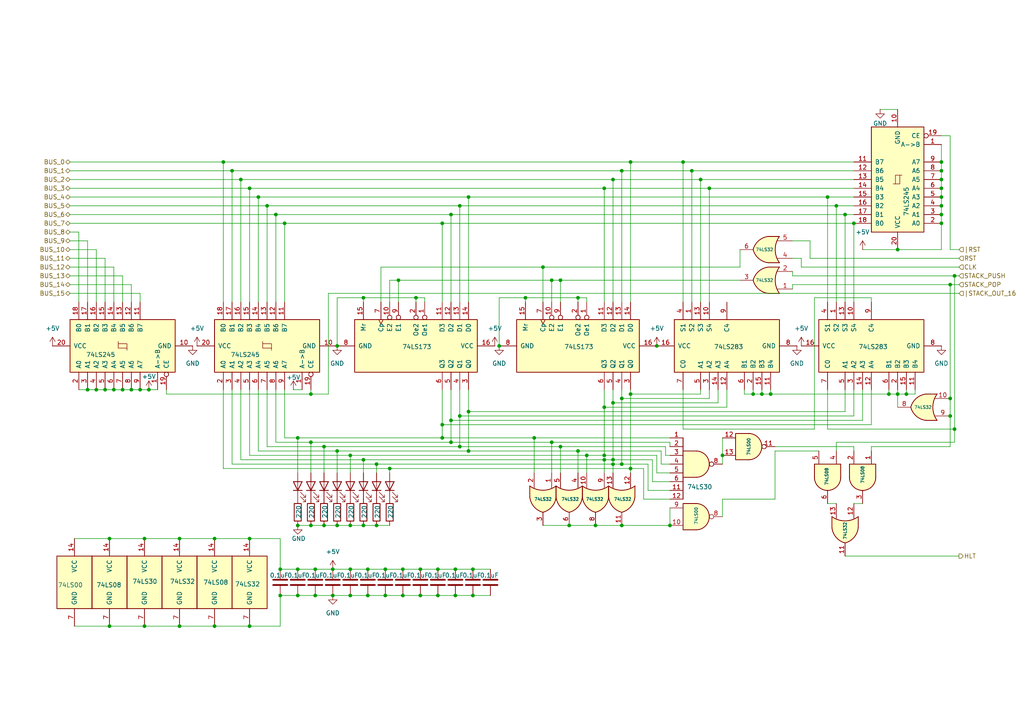
<source format=kicad_sch>
(kicad_sch (version 20231120) (generator "eeschema") (generator_version "8.0")
  (paper "A4")
  (junction (at 128.27 127))
  (junction (at 90.17 128.27))
  (junction (at 194.31 152.4))
  (junction (at 105.41 152.4))
  (junction (at 273.05 46.99))
  (junction (at 245.11 62.23))
  (junction (at 273.05 52.07))
  (junction (at 160.02 128.27))
  (junction (at 41.91 181.61))
  (junction (at 67.31 49.53))
  (junction (at 121.92 165.1))
  (junction (at 180.34 49.53))
  (junction (at 132.08 172.72))
  (junction (at 97.79 100.33))
  (junction (at 27.94 113.03))
  (junction (at 81.28 172.72))
  (junction (at 177.8 116.84))
  (junction (at 115.57 81.28))
  (junction (at 113.03 135.89))
  (junction (at 180.34 115.57))
  (junction (at 177.8 133.35))
  (junction (at 120.65 86.36))
  (junction (at 162.56 129.54))
  (junction (at 77.47 59.69))
  (junction (at 162.56 81.28))
  (junction (at 86.36 165.1))
  (junction (at 91.44 165.1))
  (junction (at 31.75 156.21))
  (junction (at 262.89 114.3))
  (junction (at 190.5 100.33))
  (junction (at 198.12 46.99))
  (junction (at 97.79 152.4))
  (junction (at 105.41 86.36))
  (junction (at 154.94 127))
  (junction (at 41.91 156.21))
  (junction (at 175.26 54.61))
  (junction (at 135.89 57.15))
  (junction (at 242.57 59.69))
  (junction (at 96.52 165.1))
  (junction (at 93.98 129.54))
  (junction (at 133.35 59.69))
  (junction (at 109.22 134.62))
  (junction (at 101.6 152.4))
  (junction (at 137.16 165.1))
  (junction (at 175.26 133.35))
  (junction (at 177.8 134.62))
  (junction (at 177.8 52.07))
  (junction (at 116.84 165.1))
  (junction (at 180.34 134.62))
  (junction (at 182.88 135.89))
  (junction (at 180.34 152.4))
  (junction (at 128.27 123.19))
  (junction (at 101.6 132.08))
  (junction (at 111.76 165.1))
  (junction (at 121.92 172.72))
  (junction (at 72.39 54.61))
  (junction (at 133.35 120.65))
  (junction (at 157.48 77.47))
  (junction (at 167.64 130.81))
  (junction (at 172.72 152.4))
  (junction (at 38.1 113.03))
  (junction (at 25.4 113.03))
  (junction (at 106.68 165.1))
  (junction (at 72.39 181.61))
  (junction (at 182.88 46.99))
  (junction (at 127 165.1))
  (junction (at 165.1 152.4))
  (junction (at 74.93 57.15))
  (junction (at 135.89 119.38))
  (junction (at 275.59 82.55))
  (junction (at 273.05 54.61))
  (junction (at 130.81 121.92))
  (junction (at 260.35 114.3))
  (junction (at 96.52 172.72))
  (junction (at 130.81 128.27))
  (junction (at 133.35 129.54))
  (junction (at 273.05 62.23))
  (junction (at 152.4 86.36))
  (junction (at 170.18 132.08))
  (junction (at 167.64 86.36))
  (junction (at 203.2 52.07))
  (junction (at 86.36 172.72))
  (junction (at 218.44 114.3))
  (junction (at 127 172.72))
  (junction (at 182.88 114.3))
  (junction (at 220.98 114.3))
  (junction (at 62.23 181.61))
  (junction (at 275.59 120.65))
  (junction (at 62.23 156.21))
  (junction (at 86.36 152.4))
  (junction (at 135.89 130.81))
  (junction (at 52.07 156.21))
  (junction (at 101.6 165.1))
  (junction (at 43.18 113.03))
  (junction (at 275.59 115.57))
  (junction (at 30.48 113.03))
  (junction (at 240.03 57.15))
  (junction (at 116.84 172.72))
  (junction (at 276.86 124.46))
  (junction (at 81.28 165.1))
  (junction (at 106.68 172.72))
  (junction (at 205.74 54.61))
  (junction (at 90.17 152.4))
  (junction (at 52.07 181.61))
  (junction (at 130.81 62.23))
  (junction (at 276.86 80.01))
  (junction (at 260.35 72.39))
  (junction (at 86.36 127))
  (junction (at 80.01 62.23))
  (junction (at 93.98 152.4))
  (junction (at 257.81 114.3))
  (junction (at 82.55 64.77))
  (junction (at 35.56 113.03))
  (junction (at 128.27 64.77))
  (junction (at 97.79 130.81))
  (junction (at 33.02 113.03))
  (junction (at 200.66 49.53))
  (junction (at 101.6 172.72))
  (junction (at 223.52 114.3))
  (junction (at 64.77 46.99))
  (junction (at 144.78 100.33))
  (junction (at 137.16 172.72))
  (junction (at 175.26 118.11))
  (junction (at 105.41 133.35))
  (junction (at 91.44 172.72))
  (junction (at 132.08 165.1))
  (junction (at 111.76 172.72))
  (junction (at 273.05 64.77))
  (junction (at 273.05 59.69))
  (junction (at 273.05 57.15))
  (junction (at 69.85 52.07))
  (junction (at 31.75 181.61))
  (junction (at 273.05 49.53))
  (junction (at 90.17 114.3))
  (junction (at 109.22 152.4))
  (junction (at 175.26 132.08))
  (junction (at 160.02 81.28))
  (junction (at 247.65 64.77))
  (junction (at 209.55 132.08))
  (junction (at 40.64 113.03))
  (junction (at 72.39 156.21))
  (wire (pts (xy 240.03 87.63) (xy 240.03 57.15)))
  (wire (pts (xy 194.31 142.24) (xy 187.96 142.24)))
  (wire (pts (xy 157.48 77.47) (xy 157.48 87.63)))
  (wire (pts (xy 205.74 115.57) (xy 180.34 115.57)))
  (wire (pts (xy 198.12 87.63) (xy 198.12 46.99)))
  (wire (pts (xy 193.04 129.54) (xy 162.56 129.54)))
  (wire (pts (xy 20.32 67.31) (xy 22.86 67.31)))
  (wire (pts (xy 214.63 77.47) (xy 157.48 77.47)))
  (wire (pts (xy 20.32 46.99) (xy 64.77 46.99)))
  (wire (pts (xy 113.03 135.89) (xy 113.03 137.16)))
  (wire (pts (xy 97.79 86.36) (xy 97.79 100.33)))
  (wire (pts (xy 273.05 49.53) (xy 273.05 46.99)))
  (wire (pts (xy 116.84 165.1) (xy 121.92 165.1)))
  (wire (pts (xy 160.02 128.27) (xy 130.81 128.27)))
  (wire (pts (xy 20.32 74.93) (xy 30.48 74.93)))
  (wire (pts (xy 234.95 74.93) (xy 234.95 69.85)))
  (wire (pts (xy 80.01 62.23) (xy 80.01 87.63)))
  (wire (pts (xy 177.8 134.62) (xy 177.8 137.16)))
  (wire (pts (xy 90.17 128.27) (xy 90.17 137.16)))
  (wire (pts (xy 132.08 172.72) (xy 137.16 172.72)))
  (wire (pts (xy 90.17 128.27) (xy 130.81 128.27)))
  (wire (pts (xy 132.08 165.1) (xy 137.16 165.1)))
  (wire (pts (xy 106.68 165.1) (xy 111.76 165.1)))
  (wire (pts (xy 157.48 152.4) (xy 165.1 152.4)))
  (wire (pts (xy 69.85 52.07) (xy 69.85 87.63)))
  (wire (pts (xy 255.27 31.75) (xy 260.35 31.75)))
  (wire (pts (xy 113.03 87.63) (xy 113.03 81.28)))
  (wire (pts (xy 106.68 172.72) (xy 111.76 172.72)))
  (wire (pts (xy 220.98 114.3) (xy 223.52 114.3)))
  (wire (pts (xy 167.64 86.36) (xy 152.4 86.36)))
  (wire (pts (xy 242.57 128.27) (xy 276.86 128.27)))
  (wire (pts (xy 200.66 49.53) (xy 180.34 49.53)))
  (wire (pts (xy 111.76 165.1) (xy 116.84 165.1)))
  (wire (pts (xy 215.9 114.3) (xy 218.44 114.3)))
  (wire (pts (xy 209.55 127) (xy 209.55 132.08)))
  (wire (pts (xy 245.11 62.23) (xy 247.65 62.23)))
  (wire (pts (xy 67.31 134.62) (xy 109.22 134.62)))
  (wire (pts (xy 198.12 46.99) (xy 182.88 46.99)))
  (wire (pts (xy 275.59 129.54) (xy 275.59 120.65)))
  (wire (pts (xy 194.31 137.16) (xy 190.5 137.16)))
  (wire (pts (xy 133.35 59.69) (xy 242.57 59.69)))
  (wire (pts (xy 133.35 59.69) (xy 133.35 87.63)))
  (wire (pts (xy 121.92 172.72) (xy 127 172.72)))
  (wire (pts (xy 242.57 87.63) (xy 242.57 59.69)))
  (wire (pts (xy 82.55 64.77) (xy 128.27 64.77)))
  (wire (pts (xy 90.17 114.3) (xy 90.17 113.03)))
  (wire (pts (xy 86.36 172.72) (xy 91.44 172.72)))
  (wire (pts (xy 97.79 130.81) (xy 135.89 130.81)))
  (wire (pts (xy 209.55 134.62) (xy 209.55 132.08)))
  (wire (pts (xy 275.59 82.55) (xy 275.59 115.57)))
  (wire (pts (xy 275.59 72.39) (xy 275.59 39.37)))
  (wire (pts (xy 128.27 64.77) (xy 128.27 87.63)))
  (wire (pts (xy 252.73 86.36) (xy 236.22 86.36)))
  (wire (pts (xy 245.11 119.38) (xy 135.89 119.38)))
  (wire (pts (xy 109.22 134.62) (xy 109.22 137.16)))
  (wire (pts (xy 21.59 181.61) (xy 31.75 181.61)))
  (wire (pts (xy 180.34 115.57) (xy 180.34 113.03)))
  (wire (pts (xy 85.09 113.03) (xy 87.63 113.03)))
  (wire (pts (xy 242.57 130.81) (xy 242.57 128.27)))
  (wire (pts (xy 95.25 114.3) (xy 90.17 114.3)))
  (wire (pts (xy 208.28 116.84) (xy 177.8 116.84)))
  (wire (pts (xy 198.12 124.46) (xy 198.12 113.03)))
  (wire (pts (xy 97.79 152.4) (xy 101.6 152.4)))
  (wire (pts (xy 52.07 181.61) (xy 62.23 181.61)))
  (wire (pts (xy 262.89 113.03) (xy 262.89 114.3)))
  (wire (pts (xy 35.56 80.01) (xy 35.56 87.63)))
  (wire (pts (xy 31.75 156.21) (xy 41.91 156.21)))
  (wire (pts (xy 232.41 74.93) (xy 232.41 77.47)))
  (wire (pts (xy 265.43 114.3) (xy 265.43 113.03)))
  (wire (pts (xy 175.26 54.61) (xy 175.26 87.63)))
  (wire (pts (xy 127 172.72) (xy 132.08 172.72)))
  (wire (pts (xy 208.28 113.03) (xy 208.28 116.84)))
  (wire (pts (xy 86.36 127) (xy 86.36 137.16)))
  (wire (pts (xy 74.93 57.15) (xy 135.89 57.15)))
  (wire (pts (xy 182.88 135.89) (xy 182.88 137.16)))
  (wire (pts (xy 214.63 72.39) (xy 214.63 77.47)))
  (wire (pts (xy 20.32 85.09) (xy 40.64 85.09)))
  (wire (pts (xy 247.65 120.65) (xy 133.35 120.65)))
  (wire (pts (xy 223.52 114.3) (xy 257.81 114.3)))
  (wire (pts (xy 205.74 113.03) (xy 205.74 115.57)))
  (wire (pts (xy 245.11 62.23) (xy 130.81 62.23)))
  (wire (pts (xy 130.81 128.27) (xy 130.81 121.92)))
  (wire (pts (xy 229.87 74.93) (xy 232.41 74.93)))
  (wire (pts (xy 187.96 142.24) (xy 187.96 134.62)))
  (wire (pts (xy 180.34 152.4) (xy 194.31 152.4)))
  (wire (pts (xy 175.26 132.08) (xy 175.26 118.11)))
  (wire (pts (xy 229.87 82.55) (xy 275.59 82.55)))
  (wire (pts (xy 260.35 114.3) (xy 260.35 118.11)))
  (wire (pts (xy 74.93 57.15) (xy 74.93 87.63)))
  (wire (pts (xy 167.64 130.81) (xy 167.64 137.16)))
  (wire (pts (xy 91.44 165.1) (xy 96.52 165.1)))
  (wire (pts (xy 43.18 113.03) (xy 45.72 113.03)))
  (wire (pts (xy 101.6 152.4) (xy 105.41 152.4)))
  (wire (pts (xy 182.88 113.03) (xy 182.88 114.3)))
  (wire (pts (xy 105.41 133.35) (xy 69.85 133.35)))
  (wire (pts (xy 167.64 130.81) (xy 135.89 130.81)))
  (wire (pts (xy 64.77 135.89) (xy 64.77 113.03)))
  (wire (pts (xy 278.13 72.39) (xy 275.59 72.39)))
  (wire (pts (xy 105.41 86.36) (xy 97.79 86.36)))
  (wire (pts (xy 275.59 82.55) (xy 278.13 82.55)))
  (wire (pts (xy 273.05 57.15) (xy 273.05 54.61)))
  (wire (pts (xy 101.6 132.08) (xy 101.6 137.16)))
  (wire (pts (xy 170.18 87.63) (xy 170.18 86.36)))
  (wire (pts (xy 162.56 81.28) (xy 162.56 87.63)))
  (wire (pts (xy 160.02 81.28) (xy 160.02 87.63)))
  (wire (pts (xy 101.6 172.72) (xy 106.68 172.72)))
  (wire (pts (xy 40.64 113.03) (xy 43.18 113.03)))
  (wire (pts (xy 69.85 133.35) (xy 69.85 113.03)))
  (wire (pts (xy 128.27 123.19) (xy 128.27 113.03)))
  (wire (pts (xy 31.75 181.61) (xy 41.91 181.61)))
  (wire (pts (xy 30.48 113.03) (xy 33.02 113.03)))
  (wire (pts (xy 162.56 81.28) (xy 214.63 81.28)))
  (wire (pts (xy 105.41 86.36) (xy 105.41 87.63)))
  (wire (pts (xy 170.18 86.36) (xy 167.64 86.36)))
  (wire (pts (xy 175.26 133.35) (xy 177.8 133.35)))
  (wire (pts (xy 240.03 113.03) (xy 240.03 124.46)))
  (wire (pts (xy 133.35 120.65) (xy 133.35 129.54)))
  (wire (pts (xy 234.95 69.85) (xy 229.87 69.85)))
  (wire (pts (xy 273.05 59.69) (xy 273.05 57.15)))
  (wire (pts (xy 273.05 72.39) (xy 260.35 72.39)))
  (wire (pts (xy 245.11 161.29) (xy 278.13 161.29)))
  (wire (pts (xy 128.27 127) (xy 154.94 127)))
  (wire (pts (xy 210.82 113.03) (xy 210.82 118.11)))
  (wire (pts (xy 81.28 172.72) (xy 86.36 172.72)))
  (wire (pts (xy 77.47 59.69) (xy 133.35 59.69)))
  (wire (pts (xy 273.05 72.39) (xy 273.05 64.77)))
  (wire (pts (xy 175.26 133.35) (xy 175.26 137.16)))
  (wire (pts (xy 154.94 127) (xy 154.94 137.16)))
  (wire (pts (xy 115.57 81.28) (xy 115.57 87.63)))
  (wire (pts (xy 72.39 54.61) (xy 72.39 87.63)))
  (wire (pts (xy 105.41 152.4) (xy 109.22 152.4)))
  (wire (pts (xy 20.32 80.01) (xy 35.56 80.01)))
  (wire (pts (xy 30.48 74.93) (xy 30.48 87.63)))
  (wire (pts (xy 218.44 114.3) (xy 220.98 114.3)))
  (wire (pts (xy 20.32 54.61) (xy 72.39 54.61)))
  (wire (pts (xy 62.23 181.61) (xy 72.39 181.61)))
  (wire (pts (xy 97.79 130.81) (xy 97.79 137.16)))
  (wire (pts (xy 77.47 59.69) (xy 77.47 87.63)))
  (wire (pts (xy 20.32 82.55) (xy 38.1 82.55)))
  (wire (pts (xy 110.49 77.47) (xy 110.49 87.63)))
  (wire (pts (xy 91.44 172.72) (xy 96.52 172.72)))
  (wire (pts (xy 20.32 62.23) (xy 80.01 62.23)))
  (wire (pts (xy 252.73 123.19) (xy 128.27 123.19)))
  (wire (pts (xy 223.52 113.03) (xy 223.52 114.3)))
  (wire (pts (xy 194.31 139.7) (xy 189.23 139.7)))
  (wire (pts (xy 236.22 124.46) (xy 198.12 124.46)))
  (wire (pts (xy 273.05 54.61) (xy 273.05 52.07)))
  (wire (pts (xy 182.88 114.3) (xy 182.88 135.89)))
  (wire (pts (xy 120.65 86.36) (xy 105.41 86.36)))
  (wire (pts (xy 20.32 52.07) (xy 69.85 52.07)))
  (wire (pts (xy 250.19 113.03) (xy 250.19 121.92)))
  (wire (pts (xy 21.59 156.21) (xy 31.75 156.21)))
  (wire (pts (xy 130.81 121.92) (xy 130.81 113.03)))
  (wire (pts (xy 116.84 172.72) (xy 121.92 172.72)))
  (wire (pts (xy 72.39 54.61) (xy 175.26 54.61)))
  (wire (pts (xy 69.85 52.07) (xy 177.8 52.07)))
  (wire (pts (xy 48.26 114.3) (xy 90.17 114.3)))
  (wire (pts (xy 80.01 62.23) (xy 130.81 62.23)))
  (wire (pts (xy 40.64 85.09) (xy 40.64 87.63)))
  (wire (pts (xy 67.31 49.53) (xy 180.34 49.53)))
  (wire (pts (xy 186.69 144.78) (xy 186.69 135.89)))
  (wire (pts (xy 240.03 57.15) (xy 247.65 57.15)))
  (wire (pts (xy 218.44 113.03) (xy 218.44 114.3)))
  (wire (pts (xy 67.31 49.53) (xy 67.31 87.63)))
  (wire (pts (xy 273.05 39.37) (xy 275.59 39.37)))
  (wire (pts (xy 22.86 67.31) (xy 22.86 87.63)))
  (wire (pts (xy 278.13 85.09) (xy 95.25 85.09)))
  (wire (pts (xy 52.07 156.21) (xy 62.23 156.21)))
  (wire (pts (xy 111.76 172.72) (xy 116.84 172.72)))
  (wire (pts (xy 215.9 113.03) (xy 215.9 114.3)))
  (wire (pts (xy 191.77 134.62) (xy 191.77 130.81)))
  (wire (pts (xy 64.77 46.99) (xy 182.88 46.99)))
  (wire (pts (xy 41.91 156.21) (xy 52.07 156.21)))
  (wire (pts (xy 109.22 134.62) (xy 177.8 134.62)))
  (wire (pts (xy 152.4 86.36) (xy 152.4 87.63)))
  (wire (pts (xy 20.32 72.39) (xy 27.94 72.39)))
  (wire (pts (xy 20.32 59.69) (xy 77.47 59.69)))
  (wire (pts (xy 273.05 52.07) (xy 273.05 49.53)))
  (wire (pts (xy 105.41 133.35) (xy 105.41 137.16)))
  (wire (pts (xy 205.74 87.63) (xy 205.74 54.61)))
  (wire (pts (xy 236.22 86.36) (xy 236.22 124.46)))
  (wire (pts (xy 177.8 116.84) (xy 177.8 133.35)))
  (wire (pts (xy 113.03 135.89) (xy 64.77 135.89)))
  (wire (pts (xy 162.56 81.28) (xy 160.02 81.28)))
  (wire (pts (xy 35.56 113.03) (xy 38.1 113.03)))
  (wire (pts (xy 67.31 113.03) (xy 67.31 134.62)))
  (wire (pts (xy 137.16 172.72) (xy 142.24 172.72)))
  (wire (pts (xy 247.65 87.63) (xy 247.65 64.77)))
  (wire (pts (xy 194.31 132.08) (xy 193.04 132.08)))
  (wire (pts (xy 182.88 46.99) (xy 182.88 87.63)))
  (wire (pts (xy 33.02 113.03) (xy 35.56 113.03)))
  (wire (pts (xy 41.91 181.61) (xy 52.07 181.61)))
  (wire (pts (xy 154.94 127) (xy 194.31 127)))
  (wire (pts (xy 82.55 64.77) (xy 82.55 87.63)))
  (wire (pts (xy 33.02 77.47) (xy 33.02 87.63)))
  (wire (pts (xy 128.27 123.19) (xy 128.27 127)))
  (wire (pts (xy 170.18 132.08) (xy 175.26 132.08)))
  (wire (pts (xy 72.39 132.08) (xy 101.6 132.08)))
  (wire (pts (xy 135.89 130.81) (xy 135.89 119.38)))
  (wire (pts (xy 247.65 129.54) (xy 224.79 129.54)))
  (wire (pts (xy 276.86 80.01) (xy 278.13 80.01)))
  (wire (pts (xy 25.4 113.03) (xy 27.94 113.03)))
  (wire (pts (xy 121.92 165.1) (xy 127 165.1)))
  (wire (pts (xy 86.36 152.4) (xy 90.17 152.4)))
  (wire (pts (xy 220.98 113.03) (xy 220.98 114.3)))
  (wire (pts (xy 130.81 87.63) (xy 130.81 62.23)))
  (wire (pts (xy 152.4 86.36) (xy 144.78 86.36)))
  (wire (pts (xy 189.23 139.7) (xy 189.23 133.35)))
  (wire (pts (xy 229.87 80.01) (xy 276.86 80.01)))
  (wire (pts (xy 257.81 113.03) (xy 257.81 114.3)))
  (wire (pts (xy 224.79 144.78) (xy 224.79 130.81)))
  (wire (pts (xy 257.81 114.3) (xy 260.35 114.3)))
  (wire (pts (xy 110.49 77.47) (xy 157.48 77.47)))
  (wire (pts (xy 273.05 46.99) (xy 273.05 41.91)))
  (wire (pts (xy 162.56 129.54) (xy 133.35 129.54)))
  (wire (pts (xy 203.2 52.07) (xy 247.65 52.07)))
  (wire (pts (xy 245.11 113.03) (xy 245.11 119.38)))
  (wire (pts (xy 25.4 69.85) (xy 25.4 87.63)))
  (wire (pts (xy 273.05 62.23) (xy 273.05 59.69)))
  (wire (pts (xy 172.72 152.4) (xy 180.34 152.4)))
  (wire (pts (xy 180.34 134.62) (xy 180.34 115.57)))
  (wire (pts (xy 20.32 57.15) (xy 74.93 57.15)))
  (wire (pts (xy 96.52 165.1) (xy 101.6 165.1)))
  (wire (pts (xy 93.98 152.4) (xy 97.79 152.4)))
  (wire (pts (xy 205.74 54.61) (xy 175.26 54.61)))
  (wire (pts (xy 120.65 86.36) (xy 120.65 87.63)))
  (wire (pts (xy 20.32 64.77) (xy 82.55 64.77)))
  (wire (pts (xy 101.6 165.1) (xy 106.68 165.1)))
  (wire (pts (xy 109.22 152.4) (xy 113.03 152.4)))
  (wire (pts (xy 189.23 133.35) (xy 177.8 133.35)))
  (wire (pts (xy 20.32 49.53) (xy 67.31 49.53)))
  (wire (pts (xy 252.73 129.54) (xy 252.73 130.81)))
  (wire (pts (xy 93.98 129.54) (xy 93.98 137.16)))
  (wire (pts (xy 74.93 113.03) (xy 74.93 130.81)))
  (wire (pts (xy 123.19 87.63) (xy 123.19 86.36)))
  (wire (pts (xy 127 165.1) (xy 132.08 165.1)))
  (wire (pts (xy 203.2 114.3) (xy 182.88 114.3)))
  (wire (pts (xy 81.28 181.61) (xy 81.28 172.72)))
  (wire (pts (xy 260.35 113.03) (xy 260.35 114.3)))
  (wire (pts (xy 240.03 146.05) (xy 242.57 146.05)))
  (wire (pts (xy 252.73 129.54) (xy 275.59 129.54)))
  (wire (pts (xy 101.6 132.08) (xy 170.18 132.08)))
  (wire (pts (xy 27.94 113.03) (xy 30.48 113.03)))
  (wire (pts (xy 82.55 127) (xy 86.36 127)))
  (wire (pts (xy 93.98 129.54) (xy 77.47 129.54)))
  (wire (pts (xy 194.31 147.32) (xy 194.31 152.4)))
  (wire (pts (xy 27.94 72.39) (xy 27.94 87.63)))
  (wire (pts (xy 38.1 82.55) (xy 38.1 87.63)))
  (wire (pts (xy 113.03 135.89) (xy 182.88 135.89)))
  (wire (pts (xy 200.66 87.63) (xy 200.66 49.53)))
  (wire (pts (xy 95.25 85.09) (xy 95.25 114.3)))
  (wire (pts (xy 72.39 113.03) (xy 72.39 132.08)))
  (wire (pts (xy 190.5 137.16) (xy 190.5 132.08)))
  (wire (pts (xy 247.65 146.05) (xy 250.19 146.05)))
  (wire (pts (xy 245.11 87.63) (xy 245.11 62.23)))
  (wire (pts (xy 276.86 124.46) (xy 276.86 128.27)))
  (wire (pts (xy 250.19 72.39) (xy 260.35 72.39)))
  (wire (pts (xy 160.02 128.27) (xy 160.02 137.16)))
  (wire (pts (xy 167.64 86.36) (xy 167.64 87.63)))
  (wire (pts (xy 135.89 87.63) (xy 135.89 57.15)))
  (wire (pts (xy 135.89 119.38) (xy 135.89 113.03)))
  (wire (pts (xy 229.87 82.55) (xy 229.87 83.82)))
  (wire (pts (xy 80.01 128.27) (xy 90.17 128.27)))
  (wire (pts (xy 64.77 46.99) (xy 64.77 87.63)))
  (wire (pts (xy 22.86 113.03) (xy 25.4 113.03)))
  (wire (pts (xy 262.89 114.3) (xy 265.43 114.3)))
  (wire (pts (xy 187.96 134.62) (xy 180.34 134.62)))
  (wire (pts (xy 276.86 80.01) (xy 276.86 124.46)))
  (wire (pts (xy 209.55 144.78) (xy 224.79 144.78)))
  (wire (pts (xy 175.26 118.11) (xy 175.26 113.03)))
  (wire (pts (xy 194.31 129.54) (xy 194.31 128.27)))
  (wire (pts (xy 74.93 130.81) (xy 97.79 130.81)))
  (wire (pts (xy 193.04 132.08) (xy 193.04 129.54)))
  (wire (pts (xy 123.19 86.36) (xy 120.65 86.36)))
  (wire (pts (xy 137.16 165.1) (xy 142.24 165.1)))
  (wire (pts (xy 48.26 113.03) (xy 48.26 114.3)))
  (wire (pts (xy 194.31 134.62) (xy 191.77 134.62)))
  (wire (pts (xy 252.73 87.63) (xy 252.73 86.36)))
  (wire (pts (xy 93.98 129.54) (xy 133.35 129.54)))
  (wire (pts (xy 177.8 134.62) (xy 180.34 134.62)))
  (wire (pts (xy 242.57 59.69) (xy 247.65 59.69)))
  (wire (pts (xy 250.19 121.92) (xy 130.81 121.92)))
  (wire (pts (xy 62.23 156.21) (xy 72.39 156.21)))
  (wire (pts (xy 190.5 132.08) (xy 175.26 132.08)))
  (wire (pts (xy 203.2 113.03) (xy 203.2 114.3)))
  (wire (pts (xy 72.39 181.61) (xy 81.28 181.61)))
  (wire (pts (xy 86.36 127) (xy 128.27 127)))
  (wire (pts (xy 234.95 74.93) (xy 278.13 74.93)))
  (wire (pts (xy 252.73 113.03) (xy 252.73 123.19)))
  (wire (pts (xy 275.59 115.57) (xy 275.59 120.65)))
  (wire (pts (xy 194.31 144.78) (xy 186.69 144.78)))
  (wire (pts (xy 177.8 87.63) (xy 177.8 52.07)))
  (wire (pts (xy 133.35 113.03) (xy 133.35 120.65)))
  (wire (pts (xy 240.03 124.46) (xy 276.86 124.46)))
  (wire (pts (xy 165.1 152.4) (xy 172.72 152.4)))
  (wire (pts (xy 247.65 113.03) (xy 247.65 120.65)))
  (wire (pts (xy 209.55 144.78) (xy 209.55 149.86)))
  (wire (pts (xy 186.69 135.89) (xy 182.88 135.89)))
  (wire (pts (xy 247.65 130.81) (xy 247.65 129.54)))
  (wire (pts (xy 80.01 113.03) (xy 80.01 128.27)))
  (wire (pts (xy 162.56 129.54) (xy 162.56 137.16)))
  (wire (pts (xy 247.65 64.77) (xy 128.27 64.77)))
  (wire (pts (xy 86.36 165.1) (xy 91.44 165.1)))
  (wire (pts (xy 198.12 46.99) (xy 247.65 46.99)))
  (wire (pts (xy 177.8 113.03) (xy 177.8 116.84)))
  (wire (pts (xy 210.82 118.11) (xy 175.26 118.11)))
  (wire (pts (xy 180.34 49.53) (xy 180.34 87.63)))
  (wire (pts (xy 82.55 113.03) (xy 82.55 127)))
  (wire (pts (xy 203.2 52.07) (xy 177.8 52.07)))
  (wire (pts (xy 200.66 49.53) (xy 247.65 49.53)))
  (wire (pts (xy 81.28 165.1) (xy 86.36 165.1)))
  (wire (pts (xy 72.39 156.21) (xy 81.28 156.21)))
  (wire (pts (xy 77.47 129.54) (xy 77.47 113.03)))
  (wire (pts (xy 260.35 114.3) (xy 262.89 114.3)))
  (wire (pts (xy 96.52 172.72) (xy 101.6 172.72)))
  (wire (pts (xy 90.17 152.4) (xy 93.98 152.4)))
  (wire (pts (xy 105.41 133.35) (xy 175.26 133.35)))
  (wire (pts (xy 203.2 87.63) (xy 203.2 52.07)))
  (wire (pts (xy 81.28 156.21) (xy 81.28 165.1)))
  (wire (pts (xy 113.03 81.28) (xy 115.57 81.28)))
  (wire (pts (xy 144.78 86.36) (xy 144.78 100.33)))
  (wire (pts (xy 224.79 130.81) (xy 237.49 130.81)))
  (wire (pts (xy 38.1 113.03) (xy 40.64 113.03)))
  (wire (pts (xy 194.31 128.27) (xy 160.02 128.27)))
  (wire (pts (xy 205.74 54.61) (xy 247.65 54.61)))
  (wire (pts (xy 273.05 64.77) (xy 273.05 62.23)))
  (wire (pts (xy 232.41 77.47) (xy 278.13 77.47)))
  (wire (pts (xy 191.77 130.81) (xy 167.64 130.81)))
  (wire (pts (xy 20.32 69.85) (xy 25.4 69.85)))
  (wire (pts (xy 229.87 78.74) (xy 229.87 80.01)))
  (wire (pts (xy 20.32 77.47) (xy 33.02 77.47)))
  (wire (pts (xy 170.18 132.08) (xy 170.18 137.16)))
  (wire (pts (xy 240.03 57.15) (xy 135.89 57.15)))
  (wire (pts (xy 115.57 81.28) (xy 160.02 81.28)))
  (hierarchical_label "BUS_7" (shape bidirectional) (at 20.32 64.77 180))
  (hierarchical_label "|RST" (shape input) (at 278.13 72.39 0))
  (hierarchical_label "BUS_9" (shape bidirectional) (at 20.32 69.85 180))
  (hierarchical_label "STACK_POP" (shape input) (at 278.13 82.55 0))
  (hierarchical_label "BUS_1" (shape bidirectional) (at 20.32 49.53 180))
  (hierarchical_label "BUS_15" (shape bidirectional) (at 20.32 85.09 180))
  (hierarchical_label "BUS_11" (shape bidirectional) (at 20.32 74.93 180))
  (hierarchical_label "BUS_2" (shape bidirectional) (at 20.32 52.07 180))
  (hierarchical_label "BUS_3" (shape bidirectional) (at 20.32 54.61 180))
  (hierarchical_label "BUS_12" (shape bidirectional) (at 20.32 77.47 180))
  (hierarchical_label "BUS_10" (shape bidirectional) (at 20.32 72.39 180))
  (hierarchical_label "RST" (shape input) (at 278.13 74.93 0))
  (hierarchical_label "BUS_0" (shape bidirectional) (at 20.32 46.99 180))
  (hierarchical_label "BUS_13" (shape bidirectional) (at 20.32 80.01 180))
  (hierarchical_label "CLK" (shape input) (at 278.13 77.47 0))
  (hierarchical_label "BUS_4" (shape bidirectional) (at 20.32 57.15 180))
  (hierarchical_label "BUS_6" (shape bidirectional) (at 20.32 62.23 180))
  (hierarchical_label "|STACK_OUT_16" (shape input) (at 278.13 85.09 0))
  (hierarchical_label "HLT" (shape output) (at 278.13 161.29 0))
  (hierarchical_label "BUS_5" (shape bidirectional) (at 20.32 59.69 180))
  (hierarchical_label "BUS_8" (shape bidirectional) (at 20.32 67.31 180))
  (hierarchical_label "STACK_PUSH" (shape input) (at 278.13 80.01 0))
  (hierarchical_label "BUS_14" (shape bidirectional) (at 20.32 82.55 180))
  (symbol (lib_id "74xx:74LS32") (at 222.25 81.28 180) (unit 1)
    (property "Reference" "U5" (effects (hide yes)))
    (property "Value" "74LS32" (at 221.742 81.28 0) (effects (font (size 0.889 0.889))))
    (property "Datasheet" "http://www.ti.com/lit/gpn/sn74LS32" (effects (hide yes)))
    (property "Description" "Quad 2-input OR" (effects (hide yes)))
  )
  (symbol (lib_id "power:+5V") (at 85.09 113.03 0) (unit 1)
    (property "Reference" "#PWR015" (effects (hide yes)))
    (property "Value" "+5V" (at 85.09 109.474 0))
    (property "Description" "Power symbol creates a global label with name \"+5V\"" (effects (hide yes)))
  )
  (symbol (lib_id "Device:LED") (at 113.03 140.97 90) (unit 1)
    (property "Reference" "D16" (effects (hide yes)))
    (property "Value" "LED" (effects (hide yes)))
    (property "Description" "Light emitting diode" (effects (hide yes)))
  )
  (symbol (lib_id "74xx:74LS32") (at 157.48 144.78 270) (unit 1)
    (property "Reference" "U11" (effects (hide yes)))
    (property "Value" "74LS32" (at 154.94 144.78 90) (effects (font (size 0.889 0.889)) (justify left)))
    (property "Datasheet" "http://www.ti.com/lit/gpn/sn74LS32" (effects (hide yes)))
    (property "Description" "Quad 2-input OR" (effects (hide yes)))
  )
  (symbol (lib_id "power:GND") (at 144.78 100.33 0) (unit 1)
    (property "Reference" "#PWR06" (effects (hide yes)))
    (property "Value" "GND" (at 144.78 105.41 0))
    (property "Description" "Power symbol creates a global label with name \"GND\" , ground" (effects (hide yes)))
  )
  (symbol (lib_id "74xx:74LS283") (at 210.82 100.33 90) (unit 1)
    (property "Reference" "U1" (effects (hide yes)))
    (property "Value" "74LS283" (at 211.328 100.584 90))
    (property "Datasheet" "http://www.ti.com/lit/gpn/sn74LS283" (effects (hide yes)))
    (property "Description" "4-bit full Adder" (effects (hide yes)))
  )
  (symbol (lib_id "Device:R") (at 109.22 148.59 0) (unit 1)
    (property "Reference" "R15" (effects (hide yes)))
    (property "Value" "220" (at 109.474 150.368 90) (effects (justify left)))
    (property "Description" "Resistor" (effects (hide yes)))
  )
  (symbol (lib_id "power:GND") (at 86.36 152.4 0) (unit 1)
    (property "Reference" "#PWR07" (effects (hide yes)))
    (property "Value" "GND" (at 86.614 156.21 0))
    (property "Description" "Power symbol creates a global label with name \"GND\" , ground" (effects (hide yes)))
  )
  (symbol (lib_id "74xx:74LS32") (at 267.97 118.11 180) (unit 3)
    (property "Reference" "U5" (effects (hide yes)))
    (property "Value" "74LS32" (at 267.716 118.11 0) (effects (font (size 0.889 0.889))))
    (property "Datasheet" "http://www.ti.com/lit/gpn/sn74LS32" (effects (hide yes)))
    (property "Description" "Quad 2-input OR" (effects (hide yes)))
  )
  (symbol (lib_id "Device:R") (at 93.98 148.59 0) (unit 1)
    (property "Reference" "R11" (effects (hide yes)))
    (property "Value" "220" (at 94.234 150.368 90) (effects (justify left)))
    (property "Description" "Resistor" (effects (hide yes)))
  )
  (symbol (lib_id "74xx:74LS32") (at 72.39 168.91 0) (unit 5)
    (property "Reference" "U5" (effects (hide yes)))
    (property "Value" "74LS32" (at 75.438 169.418 0) (effects (justify right)))
    (property "Datasheet" "http://www.ti.com/lit/gpn/sn74LS32" (effects (hide yes)))
    (property "Description" "Quad 2-input OR" (effects (hide yes)))
  )
  (symbol (lib_id "Device:C") (at 91.44 168.91 0) (unit 1)
    (property "Reference" "C3" (effects (hide yes)))
    (property "Value" "0.1uF" (at 88.392 166.878 0) (effects (justify left)))
    (property "Description" "Unpolarized capacitor" (effects (hide yes)))
  )
  (symbol (lib_id "Device:LED") (at 97.79 140.97 90) (unit 1)
    (property "Reference" "D12" (effects (hide yes)))
    (property "Value" "LED" (effects (hide yes)))
    (property "Description" "Light emitting diode" (effects (hide yes)))
  )
  (symbol (lib_id "power:GND") (at 231.14 100.33 0) (unit 1)
    (property "Reference" "#PWR03" (effects (hide yes)))
    (property "Value" "GND" (at 231.14 105.41 0))
    (property "Description" "Power symbol creates a global label with name \"GND\" , ground" (effects (hide yes)))
  )
  (symbol (lib_id "power:+5V") (at 43.18 113.03 0) (unit 1)
    (property "Reference" "#PWR01" (effects (hide yes)))
    (property "Value" "+5V" (at 43.18 109.22 0))
    (property "Description" "Power symbol creates a global label with name \"+5V\"" (effects (hide yes)))
  )
  (symbol (lib_id "Device:C") (at 137.16 168.91 0) (unit 1)
    (property "Reference" "C12" (effects (hide yes)))
    (property "Value" "0.1uF" (at 134.112 166.878 0) (effects (justify left)))
    (property "Description" "Unpolarized capacitor" (effects (hide yes)))
  )
  (symbol (lib_id "74xx:74LS32") (at 180.34 144.78 270) (unit 4)
    (property "Reference" "U11" (effects (hide yes)))
    (property "Value" "74LS32" (at 178.054 144.78 90) (effects (font (size 0.889 0.889)) (justify left)))
    (property "Datasheet" "http://www.ti.com/lit/gpn/sn74LS32" (effects (hide yes)))
    (property "Description" "Quad 2-input OR" (effects (hide yes)))
  )
  (symbol (lib_id "74xx:74LS173") (at 167.64 100.33 270) (unit 1)
    (property "Reference" "U4" (effects (hide yes)))
    (property "Value" "74LS173" (at 167.894 100.584 90))
    (property "Datasheet" "http://www.ti.com/lit/gpn/sn74LS173" (effects (hide yes)))
    (property "Description" "4-bit D-type Register, 3 state out" (effects (hide yes)))
  )
  (symbol (lib_id "Device:LED") (at 101.6 140.97 90) (unit 1)
    (property "Reference" "D13" (effects (hide yes)))
    (property "Value" "LED" (effects (hide yes)))
    (property "Description" "Light emitting diode" (effects (hide yes)))
  )
  (symbol (lib_id "Device:R") (at 101.6 148.59 0) (unit 1)
    (property "Reference" "R13" (effects (hide yes)))
    (property "Value" "220" (at 101.854 150.368 90) (effects (justify left)))
    (property "Description" "Resistor" (effects (hide yes)))
  )
  (symbol (lib_id "power:GND") (at 255.27 31.75 0) (unit 1)
    (property "Reference" "#PWR08" (effects (hide yes)))
    (property "Value" "GND" (at 255.27 35.814 0))
    (property "Description" "Power symbol creates a global label with name \"GND\" , ground" (effects (hide yes)))
  )
  (symbol (lib_id "74xx:74LS30") (at 41.91 168.91 0) (unit 2)
    (property "Reference" "U10" (effects (hide yes)))
    (property "Value" "74LS30" (at 38.354 168.656 0) (effects (justify left)))
    (property "Datasheet" "http://www.ti.com/lit/gpn/sn74LS30" (effects (hide yes)))
    (property "Description" "8-input NAND" (effects (hide yes)))
  )
  (symbol (lib_id "74xx:74LS32") (at 165.1 144.78 270) (unit 2)
    (property "Reference" "U11" (effects (hide yes)))
    (property "Value" "74LS32" (at 162.814 144.78 90) (effects (font (size 0.889 0.889)) (justify left)))
    (property "Datasheet" "http://www.ti.com/lit/gpn/sn74LS32" (effects (hide yes)))
    (property "Description" "Quad 2-input OR" (effects (hide yes)))
  )
  (symbol (lib_id "Device:C") (at 116.84 168.91 0) (unit 1)
    (property "Reference" "C8" (effects (hide yes)))
    (property "Value" "0.1uF" (at 113.792 166.878 0) (effects (justify left)))
    (property "Description" "Unpolarized capacitor" (effects (hide yes)))
  )
  (symbol (lib_id "Device:LED") (at 86.36 140.97 90) (unit 1)
    (property "Reference" "D9" (effects (hide yes)))
    (property "Value" "LED" (effects (hide yes)))
    (property "Description" "Light emitting diode" (effects (hide yes)))
  )
  (symbol (lib_id "power:GND") (at 96.52 172.72 0) (unit 1)
    (property "Reference" "#PWR017" (effects (hide yes)))
    (property "Value" "GND" (at 96.52 177.8 0))
    (property "Description" "Power symbol creates a global label with name \"GND\" , ground" (effects (hide yes)))
  )
  (symbol (lib_id "power:GND") (at 55.88 100.33 0) (unit 1)
    (property "Reference" "#PWR018" (effects (hide yes)))
    (property "Value" "GND" (at 55.88 105.41 0))
    (property "Description" "Power symbol creates a global label with name \"GND\" , ground" (effects (hide yes)))
  )
  (symbol (lib_id "74xx:74LS00") (at 217.17 129.54 0) (unit 4)
    (property "Reference" "U12" (effects (hide yes)))
    (property "Value" "74LS00" (at 217.17 132.08 90) (effects (font (size 0.889 0.889)) (justify left)))
    (property "Datasheet" "http://www.ti.com/lit/gpn/sn74ls00" (effects (hide yes)))
    (property "Description" "quad 2-input NAND gate" (effects (hide yes)))
  )
  (symbol (lib_id "power:GND") (at 273.05 100.33 0) (unit 1)
    (property "Reference" "#PWR04" (effects (hide yes)))
    (property "Value" "GND" (at 273.05 105.41 0))
    (property "Description" "Power symbol creates a global label with name \"GND\" , ground" (effects (hide yes)))
  )
  (symbol (lib_id "Device:C") (at 121.92 168.91 0) (unit 1)
    (property "Reference" "C9" (effects (hide yes)))
    (property "Value" "0.1uF" (at 118.872 166.878 0) (effects (justify left)))
    (property "Description" "Unpolarized capacitor" (effects (hide yes)))
  )
  (symbol (lib_id "74xx:74LS173") (at 120.65 100.33 270) (unit 1)
    (property "Reference" "U2" (effects (hide yes)))
    (property "Value" "74LS173" (at 120.904 100.584 90))
    (property "Datasheet" "http://www.ti.com/lit/gpn/sn74LS173" (effects (hide yes)))
    (property "Description" "4-bit D-type Register, 3 state out" (effects (hide yes)))
  )
  (symbol (lib_id "74xx:74LS00") (at 31.75 168.91 0) (unit 5)
    (property "Reference" "U12" (effects (hide yes)))
    (property "Value" "74LS00" (at 16.764 169.672 0) (effects (justify left)))
    (property "Datasheet" "http://www.ti.com/lit/gpn/sn74ls00" (effects (hide yes)))
    (property "Description" "quad 2-input NAND gate" (effects (hide yes)))
  )
  (symbol (lib_id "74xx:74LS08") (at 240.03 138.43 270) (unit 2)
    (property "Reference" "U9" (effects (hide yes)))
    (property "Value" "74LS08" (at 239.776 138.176 0) (effects (font (size 0.889 0.889))))
    (property "Datasheet" "http://www.ti.com/lit/gpn/sn74LS08" (effects (hide yes)))
    (property "Description" "Quad And2" (effects (hide yes)))
  )
  (symbol (lib_id "Device:R") (at 97.79 148.59 0) (unit 1)
    (property "Reference" "R12" (effects (hide yes)))
    (property "Value" "220" (at 98.044 150.368 90) (effects (justify left)))
    (property "Description" "Resistor" (effects (hide yes)))
  )
  (symbol (lib_id "74xx:74LS32") (at 52.07 168.91 0) (unit 5)
    (property "Reference" "U11" (effects (hide yes)))
    (property "Value" "74LS32" (at 49.276 168.656 0) (effects (justify left)))
    (property "Datasheet" "http://www.ti.com/lit/gpn/sn74LS32" (effects (hide yes)))
    (property "Description" "Quad 2-input OR" (effects (hide yes)))
  )
  (symbol (lib_id "Device:C") (at 132.08 168.91 0) (unit 1)
    (property "Reference" "C11" (effects (hide yes)))
    (property "Value" "0.1uF" (at 129.032 166.878 0) (effects (justify left)))
    (property "Description" "Unpolarized capacitor" (effects (hide yes)))
  )
  (symbol (lib_id "74xx:74LS245") (at 260.35 52.07 180) (unit 1)
    (property "Reference" "U8" (effects (hide yes)))
    (property "Value" "74LS245" (at 262.89 58.42 90))
    (property "Datasheet" "http://www.ti.com/lit/gpn/sn74LS245" (effects (hide yes)))
    (property "Description" "Octal BUS Transceivers, 3-State outputs" (effects (hide yes)))
  )
  (symbol (lib_id "Device:C") (at 127 168.91 0) (unit 1)
    (property "Reference" "C10" (effects (hide yes)))
    (property "Value" "0.1uF" (at 123.952 166.878 0) (effects (justify left)))
    (property "Description" "Unpolarized capacitor" (effects (hide yes)))
  )
  (symbol (lib_id "Device:R") (at 105.41 148.59 0) (unit 1)
    (property "Reference" "R14" (effects (hide yes)))
    (property "Value" "220" (at 105.664 150.368 90) (effects (justify left)))
    (property "Description" "Resistor" (effects (hide yes)))
  )
  (symbol (lib_id "power:+5V") (at 96.52 165.1 0) (unit 1)
    (property "Reference" "#PWR016" (effects (hide yes)))
    (property "Value" "+5V" (at 96.52 160.02 0))
    (property "Description" "Power symbol creates a global label with name \"+5V\"" (effects (hide yes)))
  )
  (symbol (lib_id "power:+5V") (at 143.51 100.33 0) (unit 1)
    (property "Reference" "#PWR010" (effects (hide yes)))
    (property "Value" "+5V" (at 143.51 95.25 0))
    (property "Description" "Power symbol creates a global label with name \"+5V\"" (effects (hide yes)))
  )
  (symbol (lib_id "Device:R") (at 90.17 148.59 0) (unit 1)
    (property "Reference" "R10" (effects (hide yes)))
    (property "Value" "220" (at 90.424 150.368 90) (effects (justify left)))
    (property "Description" "Resistor" (effects (hide yes)))
  )
  (symbol (lib_id "power:+5V") (at 190.5 100.33 0) (unit 1)
    (property "Reference" "#PWR020" (effects (hide yes)))
    (property "Value" "+5V" (at 190.5 95.25 0))
    (property "Description" "Power symbol creates a global label with name \"+5V\"" (effects (hide yes)))
  )
  (symbol (lib_id "74xx:74LS245") (at 35.56 100.33 90) (unit 1)
    (property "Reference" "U7" (effects (hide yes)))
    (property "Value" "74LS245" (at 29.21 102.87 90))
    (property "Datasheet" "http://www.ti.com/lit/gpn/sn74LS245" (effects (hide yes)))
    (property "Description" "Octal BUS Transceivers, 3-State outputs" (effects (hide yes)))
  )
  (symbol (lib_id "74xx:74LS30") (at 201.93 134.62 0) (unit 1)
    (property "Reference" "U10" (effects (hide yes)))
    (property "Value" "74LS30" (at 202.946 141.224 0))
    (property "Datasheet" "http://www.ti.com/lit/gpn/sn74LS30" (effects (hide yes)))
    (property "Description" "8-input NAND" (effects (hide yes)))
  )
  (symbol (lib_id "Device:C") (at 111.76 168.91 0) (unit 1)
    (property "Reference" "C7" (effects (hide yes)))
    (property "Value" "0.1uF" (at 108.712 166.878 0) (effects (justify left)))
    (property "Description" "Unpolarized capacitor" (effects (hide yes)))
  )
  (symbol (lib_id "Device:C") (at 86.36 168.91 0) (unit 1)
    (property "Reference" "C2" (effects (hide yes)))
    (property "Value" "0.1uF" (at 83.312 166.878 0) (effects (justify left)))
    (property "Description" "Unpolarized capacitor" (effects (hide yes)))
  )
  (symbol (lib_id "Device:C") (at 106.68 168.91 0) (unit 1)
    (property "Reference" "C6" (effects (hide yes)))
    (property "Value" "0.1uF" (at 103.632 166.878 0) (effects (justify left)))
    (property "Description" "Unpolarized capacitor" (effects (hide yes)))
  )
  (symbol (lib_id "power:+5V") (at 15.24 100.33 0) (unit 1)
    (property "Reference" "#PWR019" (effects (hide yes)))
    (property "Value" "+5V" (at 15.24 95.25 0))
    (property "Description" "Power symbol creates a global label with name \"+5V\"" (effects (hide yes)))
  )
  (symbol (lib_id "power:+5V") (at 250.19 72.39 0) (unit 1)
    (property "Reference" "#PWR09" (effects (hide yes)))
    (property "Value" "+5V" (at 250.19 67.31 0))
    (property "Description" "Power symbol creates a global label with name \"+5V\"" (effects (hide yes)))
  )
  (symbol (lib_id "Device:R") (at 86.36 148.59 0) (unit 1)
    (property "Reference" "R9" (effects (hide yes)))
    (property "Value" "220" (at 86.614 150.368 90) (effects (justify left)))
    (property "Description" "Resistor" (effects (hide yes)))
  )
  (symbol (lib_id "Device:C") (at 101.6 168.91 0) (unit 1)
    (property "Reference" "C5" (effects (hide yes)))
    (property "Value" "0.1uF" (at 98.552 166.878 0) (effects (justify left)))
    (property "Description" "Unpolarized capacitor" (effects (hide yes)))
  )
  (symbol (lib_id "Device:C") (at 142.24 168.91 0) (unit 1)
    (property "Reference" "C13" (effects (hide yes)))
    (property "Value" "0.1uF" (at 139.192 166.878 0) (effects (justify left)))
    (property "Description" "Unpolarized capacitor" (effects (hide yes)))
  )
  (symbol (lib_id "74xx:74LS08") (at 62.23 168.91 0) (unit 5)
    (property "Reference" "U9" (effects (hide yes)))
    (property "Value" "74LS08" (at 58.928 168.91 0) (effects (justify left)))
    (property "Datasheet" "http://www.ti.com/lit/gpn/sn74LS08" (effects (hide yes)))
    (property "Description" "Quad And2" (effects (hide yes)))
  )
  (symbol (lib_id "power:+5V") (at 57.15 100.33 0) (unit 1)
    (property "Reference" "#PWR013" (effects (hide yes)))
    (property "Value" "+5V" (at 57.15 95.25 0))
    (property "Description" "Power symbol creates a global label with name \"+5V\"" (effects (hide yes)))
  )
  (symbol (lib_id "power:GND") (at 97.79 100.33 0) (unit 1)
    (property "Reference" "#PWR05" (effects (hide yes)))
    (property "Value" "GND" (at 97.79 105.41 0))
    (property "Description" "Power symbol creates a global label with name \"GND\" , ground" (effects (hide yes)))
  )
  (symbol (lib_id "Device:LED") (at 90.17 140.97 90) (unit 1)
    (property "Reference" "D10" (effects (hide yes)))
    (property "Value" "LED" (effects (hide yes)))
    (property "Description" "Light emitting diode" (effects (hide yes)))
  )
  (symbol (lib_id "power:+5V") (at 232.41 100.33 0) (unit 1)
    (property "Reference" "#PWR02" (effects (hide yes)))
    (property "Value" "+5V" (at 232.41 95.25 0))
    (property "Description" "Power symbol creates a global label with name \"+5V\"" (effects (hide yes)))
  )
  (symbol (lib_id "74xx:74LS00") (at 201.93 149.86 0) (unit 3)
    (property "Reference" "U13" (effects (hide yes)))
    (property "Value" "74LS00" (at 201.93 152.146 90) (effects (font (size 0.889 0.889)) (justify left)))
    (property "Datasheet" "http://www.ti.com/lit/gpn/sn74ls00" (effects (hide yes)))
    (property "Description" "quad 2-input NAND gate" (effects (hide yes)))
  )
  (symbol (lib_id "Device:C") (at 81.28 168.91 0) (unit 1)
    (property "Reference" "C1" (effects (hide yes)))
    (property "Value" "0.1uF" (at 78.232 166.878 0) (effects (justify left)))
    (property "Description" "Unpolarized capacitor" (effects (hide yes)))
  )
  (symbol (lib_id "74xx:74LS283") (at 252.73 100.33 90) (unit 1)
    (property "Reference" "U3" (effects (hide yes)))
    (property "Value" "74LS283" (at 253.238 100.584 90))
    (property "Datasheet" "http://www.ti.com/lit/gpn/sn74LS283" (effects (hide yes)))
    (property "Description" "4-bit full Adder" (effects (hide yes)))
  )
  (symbol (lib_id "74xx:74LS32") (at 172.72 144.78 270) (unit 3)
    (property "Reference" "U11" (effects (hide yes)))
    (property "Value" "74LS32" (at 169.926 144.78 90) (effects (font (size 0.889 0.889)) (justify left)))
    (property "Datasheet" "http://www.ti.com/lit/gpn/sn74LS32" (effects (hide yes)))
    (property "Description" "Quad 2-input OR" (effects (hide yes)))
  )
  (symbol (lib_id "74xx:74LS32") (at 245.11 153.67 270) (unit 4)
    (property "Reference" "U5" (effects (hide yes)))
    (property "Value" "74LS32" (at 245.11 153.924 0) (effects (font (size 0.889 0.889))))
    (property "Datasheet" "http://www.ti.com/lit/gpn/sn74LS32" (effects (hide yes)))
    (property "Description" "Quad 2-input OR" (effects (hide yes)))
  )
  (symbol (lib_id "Device:LED") (at 93.98 140.97 90) (unit 1)
    (property "Reference" "D11" (effects (hide yes)))
    (property "Value" "LED" (effects (hide yes)))
    (property "Description" "Light emitting diode" (effects (hide yes)))
  )
  (symbol (lib_id "Device:R") (at 113.03 148.59 0) (unit 1)
    (property "Reference" "R16" (effects (hide yes)))
    (property "Value" "220" (at 113.284 150.368 90) (effects (justify left)))
    (property "Description" "Resistor" (effects (hide yes)))
  )
  (symbol (lib_id "74xx:74LS245") (at 77.47 100.33 90) (unit 1)
    (property "Reference" "U6" (effects (hide yes)))
    (property "Value" "74LS245" (at 71.12 102.87 90))
    (property "Datasheet" "http://www.ti.com/lit/gpn/sn74LS245" (effects (hide yes)))
    (property "Description" "Octal BUS Transceivers, 3-State outputs" (effects (hide yes)))
  )
  (symbol (lib_id "74xx:74LS08") (at 250.19 138.43 270) (unit 1)
    (property "Reference" "U9" (effects (hide yes)))
    (property "Value" "74LS08" (at 250.19 137.668 0) (effects (font (size 0.889 0.889))))
    (property "Datasheet" "http://www.ti.com/lit/gpn/sn74LS08" (effects (hide yes)))
    (property "Description" "Quad And2" (effects (hide yes)))
  )
  (symbol (lib_id "Device:LED") (at 109.22 140.97 90) (unit 1)
    (property "Reference" "D15" (effects (hide yes)))
    (property "Value" "LED" (effects (hide yes)))
    (property "Description" "Light emitting diode" (effects (hide yes)))
  )
  (symbol (lib_id "Device:C") (at 96.52 168.91 0) (unit 1)
    (property "Reference" "C4" (effects (hide yes)))
    (property "Value" "0.1uF" (at 93.472 166.878 0) (effects (justify left)))
    (property "Description" "Unpolarized capacitor" (effects (hide yes)))
  )
  (symbol (lib_id "74xx:74LS08") (at 21.59 168.91 0) (unit 5)
    (property "Reference" "U14" (effects (hide yes)))
    (property "Value" "74LS08" (at 27.94 169.672 0) (effects (justify left)))
    (property "Datasheet" "http://www.ti.com/lit/gpn/sn74LS08" (effects (hide yes)))
    (property "Description" "Quad And2" (effects (hide yes)))
  )
  (symbol (lib_id "74xx:74LS32") (at 222.25 72.39 180) (unit 2)
    (property "Reference" "U5" (effects (hide yes)))
    (property "Value" "74LS32" (at 221.742 72.39 0) (effects (font (size 0.889 0.889))))
    (property "Datasheet" "http://www.ti.com/lit/gpn/sn74LS32" (effects (hide yes)))
    (property "Description" "Quad 2-input OR" (effects (hide yes)))
  )
  (symbol (lib_id "Device:LED") (at 105.41 140.97 90) (unit 1)
    (property "Reference" "D14" (effects (hide yes)))
    (property "Value" "LED" (effects (hide yes)))
    (property "Description" "Light emitting diode" (effects (hide yes)))
  )
)
</source>
